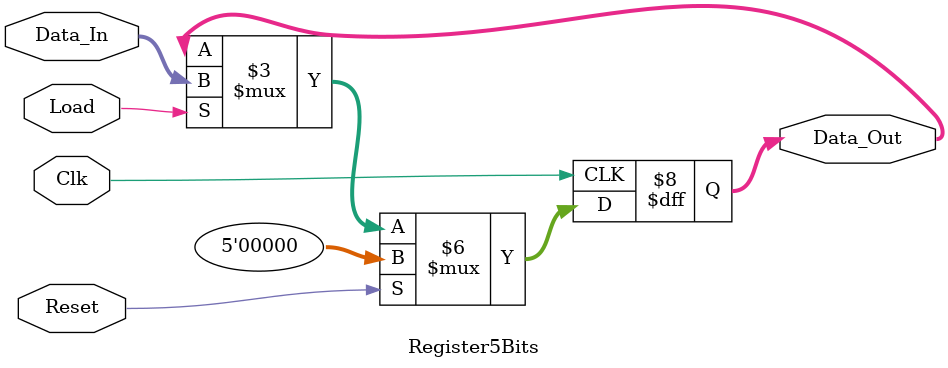
<source format=sv>
module Register5Bits 
(
			input Clk, Reset, Load,
			input logic [4:0]  Data_In,
			output logic [4:0]  Data_Out
);

always_ff @ (posedge Clk) // sequential logic
    begin
    if (Reset) 
		Data_Out <= 5'h00; // parallel out of 0 
	 else if (Load)
		Data_Out <= Data_In;
	 else 
		Data_Out <= Data_Out;
    end

endmodule



</source>
